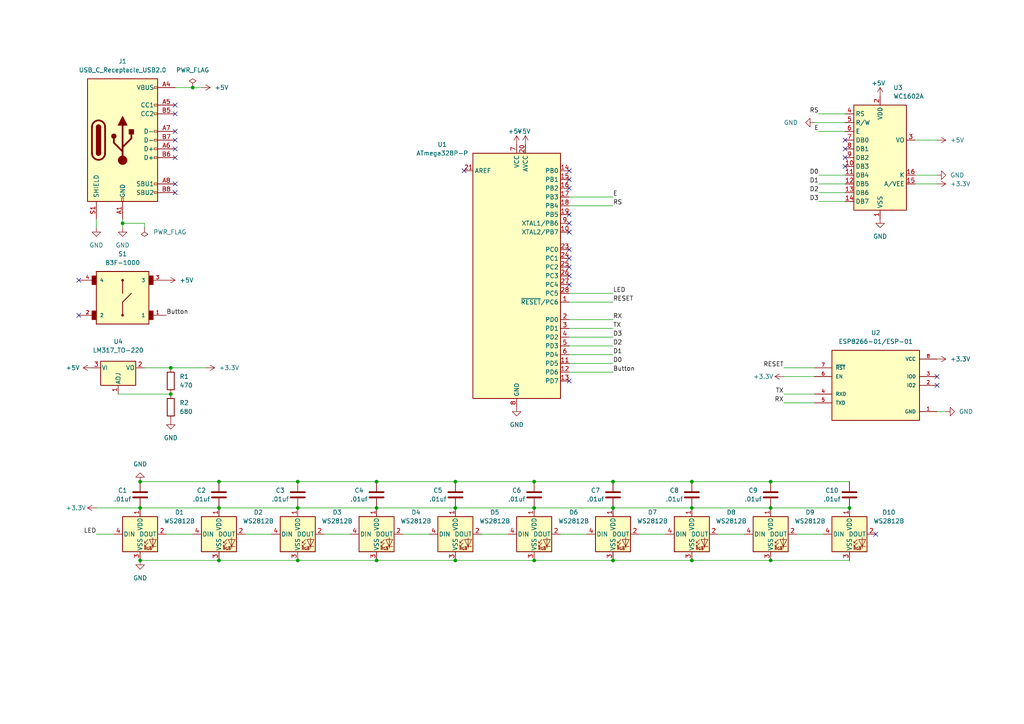
<source format=kicad_sch>
(kicad_sch (version 20211123) (generator eeschema)
  (paper "A4")
  (lib_symbols
    (symbol "B3F-1000:B3F-1000" (pin_names (offset 1.016))
      (property "Reference" "S" (at -7.62 7.62 0))
      (property "Value" "B3F-1000" (at -7.62 -8.9154 0))
      (symbol "B3F-1000_0_0"
        (rectangle (start -8.89 -6.35) (end -7.62 -3.81) (fill (type outline)))
        (rectangle (start -8.89 3.81) (end -7.62 6.35) (fill (type outline)))
        (rectangle (start -7.62 -7.62) (end 7.62 7.62) (stroke (width 0.254)) (fill (type background)))
        (circle (center 0 -5.08) (radius 0.254) (stroke (width 0.254)))
        (polyline (pts (xy -7.62 7.62) (xy 7.62 7.62)) (stroke (width 0.254)))
        (polyline (pts (xy 0 -5.08) (xy 0 -1.27)) (stroke (width 0.254)))
        (polyline (pts (xy 0 -1.27) (xy 2.54 1.27)) (stroke (width 0.254)))
        (polyline (pts (xy 0 5.08) (xy 0 1.27)) (stroke (width 0.254)))
        (polyline (pts (xy 7.62 -7.62) (xy -7.62 -7.62)) (stroke (width 0.254)))
        (circle (center 0 5.08) (radius 0.254) (stroke (width 0.254)))
        (rectangle (start 7.62 -6.35) (end 8.89 -3.81) (fill (type outline)))
        (rectangle (start 7.62 3.81) (end 8.89 6.35) (fill (type outline)))
        (pin passive line (at 12.7 -5.08 180) (length 5.08) (name "1") (number "1"))
        (pin passive line (at -12.7 -5.08 0) (length 5.08) (name "2") (number "2"))
        (pin passive line (at 12.7 5.08 180) (length 5.08) (name "3") (number "3"))
        (pin passive line (at -12.7 5.08 0) (length 5.08) (name "4") (number "4"))
      )
    )
    (symbol "Connector:USB_C_Receptacle_USB2.0" (pin_names (offset 1.016))
      (property "Reference" "J" (at -10.16 19.05 0))
      (property "Value" "USB_C_Receptacle_USB2.0" (at 19.05 19.05 0))
      (symbol "USB_C_Receptacle_USB2.0_0_0"
        (rectangle (start -0.254 -17.78) (end 0.254 -16.764))
        (rectangle (start 10.16 -14.986) (end 9.144 -15.494))
        (rectangle (start 10.16 -12.446) (end 9.144 -12.954))
        (rectangle (start 10.16 -4.826) (end 9.144 -5.334))
        (rectangle (start 10.16 -2.286) (end 9.144 -2.794))
        (rectangle (start 10.16 0.254) (end 9.144 -0.254))
        (rectangle (start 10.16 2.794) (end 9.144 2.286))
        (rectangle (start 10.16 7.874) (end 9.144 7.366))
        (rectangle (start 10.16 10.414) (end 9.144 9.906))
        (rectangle (start 10.16 15.494) (end 9.144 14.986))
      )
      (symbol "USB_C_Receptacle_USB2.0_0_1"
        (rectangle (start -10.16 17.78) (end 10.16 -17.78) (stroke (width 0.254)) (fill (type background)))
        (arc (start -8.89 -3.81) (mid -6.985 -5.715) (end -5.08 -3.81) (stroke (width 0.508)))
        (arc (start -7.62 -3.81) (mid -6.985 -4.445) (end -6.35 -3.81) (stroke (width 0.254)))
        (arc (start -7.62 -3.81) (mid -6.985 -4.445) (end -6.35 -3.81) (stroke (width 0.254)) (fill (type outline)))
        (rectangle (start -7.62 -3.81) (end -6.35 3.81) (stroke (width 0.254)) (fill (type outline)))
        (arc (start -6.35 3.81) (mid -6.985 4.445) (end -7.62 3.81) (stroke (width 0.254)))
        (arc (start -6.35 3.81) (mid -6.985 4.445) (end -7.62 3.81) (stroke (width 0.254)) (fill (type outline)))
        (arc (start -5.08 3.81) (mid -6.985 5.715) (end -8.89 3.81) (stroke (width 0.508)))
        (circle (center -2.54 1.143) (radius 0.635) (stroke (width 0.254)) (fill (type outline)))
        (circle (center 0 -5.842) (radius 1.27) (fill (type outline)))
        (polyline (pts (xy -8.89 -3.81) (xy -8.89 3.81)) (stroke (width 0.508)))
        (polyline (pts (xy -5.08 3.81) (xy -5.08 -3.81)) (stroke (width 0.508)))
        (polyline (pts (xy 0 -5.842) (xy 0 4.318)) (stroke (width 0.508)))
        (polyline (pts (xy 0 -3.302) (xy -2.54 -0.762) (xy -2.54 0.508)) (stroke (width 0.508)))
        (polyline (pts (xy 0 -2.032) (xy 2.54 0.508) (xy 2.54 1.778)) (stroke (width 0.508)))
        (polyline (pts (xy -1.27 4.318) (xy 0 6.858) (xy 1.27 4.318) (xy -1.27 4.318)) (stroke (width 0.254)) (fill (type outline)))
        (rectangle (start 1.905 1.778) (end 3.175 3.048) (stroke (width 0.254)) (fill (type outline)))
      )
      (symbol "USB_C_Receptacle_USB2.0_1_1"
        (pin passive line (at 0 -22.86 90) (length 5.08) (name "GND") (number "A1"))
        (pin passive line (at 0 -22.86 90) (length 5.08) hide (name "GND") (number "A12"))
        (pin passive line (at 15.24 15.24 180) (length 5.08) (name "VBUS") (number "A4"))
        (pin bidirectional line (at 15.24 10.16 180) (length 5.08) (name "CC1") (number "A5"))
        (pin bidirectional line (at 15.24 -2.54 180) (length 5.08) (name "D+") (number "A6"))
        (pin bidirectional line (at 15.24 2.54 180) (length 5.08) (name "D-") (number "A7"))
        (pin bidirectional line (at 15.24 -12.7 180) (length 5.08) (name "SBU1") (number "A8"))
        (pin passive line (at 15.24 15.24 180) (length 5.08) hide (name "VBUS") (number "A9"))
        (pin passive line (at 0 -22.86 90) (length 5.08) hide (name "GND") (number "B1"))
        (pin passive line (at 0 -22.86 90) (length 5.08) hide (name "GND") (number "B12"))
        (pin passive line (at 15.24 15.24 180) (length 5.08) hide (name "VBUS") (number "B4"))
        (pin bidirectional line (at 15.24 7.62 180) (length 5.08) (name "CC2") (number "B5"))
        (pin bidirectional line (at 15.24 -5.08 180) (length 5.08) (name "D+") (number "B6"))
        (pin bidirectional line (at 15.24 0 180) (length 5.08) (name "D-") (number "B7"))
        (pin bidirectional line (at 15.24 -15.24 180) (length 5.08) (name "SBU2") (number "B8"))
        (pin passive line (at 15.24 15.24 180) (length 5.08) hide (name "VBUS") (number "B9"))
        (pin passive line (at -7.62 -22.86 90) (length 5.08) (name "SHIELD") (number "S1"))
      )
    )
    (symbol "Device:C" (pin_numbers hide) (pin_names (offset 0.254))
      (property "Reference" "C" (at 0.635 2.54 0))
      (property "Value" "C" (at 0.635 -2.54 0))
      (symbol "C_0_1"
        (polyline (pts (xy -2.032 -0.762) (xy 2.032 -0.762)) (stroke (width 0.508)))
        (polyline (pts (xy -2.032 0.762) (xy 2.032 0.762)) (stroke (width 0.508)))
      )
      (symbol "C_1_1"
        (pin passive line (at 0 3.81 270) (length 2.794) (name "~") (number "1"))
        (pin passive line (at 0 -3.81 90) (length 2.794) (name "~") (number "2"))
      )
    )
    (symbol "Device:R" (pin_numbers hide) (pin_names (offset 0))
      (property "Reference" "R" (at 2.032 0 90))
      (property "Value" "R" (at 0 0 90))
      (symbol "R_0_1"
        (rectangle (start -1.016 -2.54) (end 1.016 2.54) (stroke (width 0.254)))
      )
      (symbol "R_1_1"
        (pin passive line (at 0 3.81 270) (length 1.27) (name "~") (number "1"))
        (pin passive line (at 0 -3.81 90) (length 1.27) (name "~") (number "2"))
      )
    )
    (symbol "Display_Character:RC1602A"
      (property "Reference" "U" (at -6.35 16.51 0))
      (property "Value" "RC1602A" (at 2.794 16.51 0))
      (symbol "RC1602A_0_1"
        (rectangle (start -7.62 15.24) (end 7.62 -15.24) (stroke (width 0.254)) (fill (type background)))
      )
      (symbol "RC1602A_1_1"
        (pin power_in line (at 0 -17.78 90) (length 2.54) (name "VSS") (number "1"))
        (pin bidirectional line (at -10.16 -2.54 0) (length 2.54) (name "DB3") (number "10"))
        (pin bidirectional line (at -10.16 -5.08 0) (length 2.54) (name "DB4") (number "11"))
        (pin bidirectional line (at -10.16 -7.62 0) (length 2.54) (name "DB5") (number "12"))
        (pin bidirectional line (at -10.16 -10.16 0) (length 2.54) (name "DB6") (number "13"))
        (pin bidirectional line (at -10.16 -12.7 0) (length 2.54) (name "DB7") (number "14"))
        (pin power_in line (at 10.16 -7.62 180) (length 2.54) (name "A/VEE") (number "15"))
        (pin power_in line (at 10.16 -5.08 180) (length 2.54) (name "K") (number "16"))
        (pin power_in line (at 0 17.78 270) (length 2.54) (name "VDD") (number "2"))
        (pin power_in line (at 10.16 5.08 180) (length 2.54) (name "VO") (number "3"))
        (pin input line (at -10.16 12.7 0) (length 2.54) (name "RS") (number "4"))
        (pin input line (at -10.16 10.16 0) (length 2.54) (name "R/W") (number "5"))
        (pin input line (at -10.16 7.62 0) (length 2.54) (name "E") (number "6"))
        (pin bidirectional line (at -10.16 5.08 0) (length 2.54) (name "DB0") (number "7"))
        (pin bidirectional line (at -10.16 2.54 0) (length 2.54) (name "DB1") (number "8"))
        (pin bidirectional line (at -10.16 0 0) (length 2.54) (name "DB2") (number "9"))
      )
    )
    (symbol "ESP8266-01_ESP-01:ESP8266-01{slash}ESP-01" (pin_names (offset 1.016))
      (property "Reference" "U" (at -12.7 10.668 0))
      (property "Value" "ESP8266-01{slash}ESP-01" (at -12.7254 -12.7254 0))
      (symbol "ESP8266-01{slash}ESP-01_0_0"
        (rectangle (start -12.7 -10.16) (end 12.7 10.16) (stroke (width 0.254)) (fill (type background)))
        (pin power_in line (at 17.78 -7.62 180) (length 5.08) (name "GND") (number "1"))
        (pin bidirectional line (at 17.78 0 180) (length 5.08) (name "IO2") (number "2"))
        (pin bidirectional line (at 17.78 2.54 180) (length 5.08) (name "IO0") (number "3"))
        (pin input line (at -17.78 -2.54 0) (length 5.08) (name "RXD") (number "4"))
        (pin output line (at -17.78 -5.08 0) (length 5.08) (name "TXD") (number "5"))
        (pin input line (at -17.78 2.54 0) (length 5.08) (name "EN") (number "6"))
        (pin input line (at -17.78 5.08 0) (length 5.08) (name "~{RST}") (number "7"))
        (pin power_in line (at 17.78 7.62 180) (length 5.08) (name "VCC") (number "8"))
      )
    )
    (symbol "LED:WS2812B" (pin_names (offset 0.254))
      (property "Reference" "D" (at 5.08 5.715 0))
      (property "Value" "WS2812B" (at 1.27 -5.715 0))
      (symbol "WS2812B_0_0"
        (text "RGB" (at 2.286 -4.191 0) (effects (font (size 0.762 0.762))))
      )
      (symbol "WS2812B_0_1"
        (polyline (pts (xy 1.27 -3.556) (xy 1.778 -3.556)))
        (polyline (pts (xy 1.27 -2.54) (xy 1.778 -2.54)))
        (polyline (pts (xy 4.699 -3.556) (xy 2.667 -3.556)))
        (polyline (pts (xy 2.286 -2.54) (xy 1.27 -3.556) (xy 1.27 -3.048)))
        (polyline (pts (xy 2.286 -1.524) (xy 1.27 -2.54) (xy 1.27 -2.032)))
        (polyline (pts (xy 3.683 -1.016) (xy 3.683 -3.556) (xy 3.683 -4.064)))
        (polyline (pts (xy 4.699 -1.524) (xy 2.667 -1.524) (xy 3.683 -3.556) (xy 4.699 -1.524)))
        (rectangle (start 5.08 5.08) (end -5.08 -5.08) (stroke (width 0.254)) (fill (type background)))
      )
      (symbol "WS2812B_1_1"
        (pin power_in line (at 0 7.62 270) (length 2.54) (name "VDD") (number "1"))
        (pin output line (at 7.62 0 180) (length 2.54) (name "DOUT") (number "2"))
        (pin power_in line (at 0 -7.62 90) (length 2.54) (name "VSS") (number "3"))
        (pin input line (at -7.62 0 0) (length 2.54) (name "DIN") (number "4"))
      )
    )
    (symbol "MCU_Microchip_ATmega:ATmega328P-P"
      (property "Reference" "U" (at -12.7 36.83 0))
      (property "Value" "ATmega328P-P" (at 2.54 -36.83 0))
      (symbol "ATmega328P-P_0_1"
        (rectangle (start -12.7 -35.56) (end 12.7 35.56) (stroke (width 0.254)) (fill (type background)))
      )
      (symbol "ATmega328P-P_1_1"
        (pin bidirectional line (at 15.24 -7.62 180) (length 2.54) (name "~{RESET}/PC6") (number "1"))
        (pin bidirectional line (at 15.24 12.7 180) (length 2.54) (name "XTAL2/PB7") (number "10"))
        (pin bidirectional line (at 15.24 -25.4 180) (length 2.54) (name "PD5") (number "11"))
        (pin bidirectional line (at 15.24 -27.94 180) (length 2.54) (name "PD6") (number "12"))
        (pin bidirectional line (at 15.24 -30.48 180) (length 2.54) (name "PD7") (number "13"))
        (pin bidirectional line (at 15.24 30.48 180) (length 2.54) (name "PB0") (number "14"))
        (pin bidirectional line (at 15.24 27.94 180) (length 2.54) (name "PB1") (number "15"))
        (pin bidirectional line (at 15.24 25.4 180) (length 2.54) (name "PB2") (number "16"))
        (pin bidirectional line (at 15.24 22.86 180) (length 2.54) (name "PB3") (number "17"))
        (pin bidirectional line (at 15.24 20.32 180) (length 2.54) (name "PB4") (number "18"))
        (pin bidirectional line (at 15.24 17.78 180) (length 2.54) (name "PB5") (number "19"))
        (pin bidirectional line (at 15.24 -12.7 180) (length 2.54) (name "PD0") (number "2"))
        (pin power_in line (at 2.54 38.1 270) (length 2.54) (name "AVCC") (number "20"))
        (pin passive line (at -15.24 30.48 0) (length 2.54) (name "AREF") (number "21"))
        (pin passive line (at 0 -38.1 90) (length 2.54) hide (name "GND") (number "22"))
        (pin bidirectional line (at 15.24 7.62 180) (length 2.54) (name "PC0") (number "23"))
        (pin bidirectional line (at 15.24 5.08 180) (length 2.54) (name "PC1") (number "24"))
        (pin bidirectional line (at 15.24 2.54 180) (length 2.54) (name "PC2") (number "25"))
        (pin bidirectional line (at 15.24 0 180) (length 2.54) (name "PC3") (number "26"))
        (pin bidirectional line (at 15.24 -2.54 180) (length 2.54) (name "PC4") (number "27"))
        (pin bidirectional line (at 15.24 -5.08 180) (length 2.54) (name "PC5") (number "28"))
        (pin bidirectional line (at 15.24 -15.24 180) (length 2.54) (name "PD1") (number "3"))
        (pin bidirectional line (at 15.24 -17.78 180) (length 2.54) (name "PD2") (number "4"))
        (pin bidirectional line (at 15.24 -20.32 180) (length 2.54) (name "PD3") (number "5"))
        (pin bidirectional line (at 15.24 -22.86 180) (length 2.54) (name "PD4") (number "6"))
        (pin power_in line (at 0 38.1 270) (length 2.54) (name "VCC") (number "7"))
        (pin power_in line (at 0 -38.1 90) (length 2.54) (name "GND") (number "8"))
        (pin bidirectional line (at 15.24 15.24 180) (length 2.54) (name "XTAL1/PB6") (number "9"))
      )
    )
    (symbol "Regulator_Linear:LM317_TO-220" (pin_names (offset 0.254))
      (property "Reference" "U" (at -3.81 3.175 0))
      (property "Value" "LM317_TO-220" (at 0 3.175 0))
      (symbol "LM317_TO-220_0_1"
        (rectangle (start -5.08 1.905) (end 5.08 -5.08) (stroke (width 0.254)) (fill (type background)))
      )
      (symbol "LM317_TO-220_1_1"
        (pin input line (at 0 -7.62 90) (length 2.54) (name "ADJ") (number "1"))
        (pin power_out line (at 7.62 0 180) (length 2.54) (name "VO") (number "2"))
        (pin power_in line (at -7.62 0 0) (length 2.54) (name "VI") (number "3"))
      )
    )
    (symbol "power:+3.3V" (power) (pin_names (offset 0))
      (property "Value" "+3.3V" (at 0 3.556 0))
      (symbol "+3.3V_0_1"
        (polyline (pts (xy -0.762 1.27) (xy 0 2.54)))
        (polyline (pts (xy 0 0) (xy 0 2.54)))
        (polyline (pts (xy 0 2.54) (xy 0.762 1.27)))
      )
      (symbol "+3.3V_1_1"
        (pin power_in line (at 0 0 90) (length 0) hide (name "+3.3V") (number "1"))
      )
    )
    (symbol "power:+5V" (power) (pin_names (offset 0))
      (property "Value" "+5V" (at 0 3.556 0))
      (symbol "+5V_0_1"
        (polyline (pts (xy -0.762 1.27) (xy 0 2.54)))
        (polyline (pts (xy 0 0) (xy 0 2.54)))
        (polyline (pts (xy 0 2.54) (xy 0.762 1.27)))
      )
      (symbol "+5V_1_1"
        (pin power_in line (at 0 0 90) (length 0) hide (name "+5V") (number "1"))
      )
    )
    (symbol "power:GND" (power) (pin_names (offset 0))
      (property "Value" "GND" (at 0 -3.81 0))
      (symbol "GND_0_1"
        (polyline (pts (xy 0 0) (xy 0 -1.27) (xy 1.27 -1.27) (xy 0 -2.54) (xy -1.27 -1.27) (xy 0 -1.27)))
      )
      (symbol "GND_1_1"
        (pin power_in line (at 0 0 270) (length 0) hide (name "GND") (number "1"))
      )
    )
    (symbol "power:PWR_FLAG" (power) (pin_numbers hide) (pin_names (offset 0) hide)
      (property "Value" "PWR_FLAG" (at 0 3.81 0))
      (symbol "PWR_FLAG_0_0"
        (pin power_out line (at 0 0 90) (length 0) (name "pwr") (number "1"))
      )
      (symbol "PWR_FLAG_0_1"
        (polyline (pts (xy 0 0) (xy 0 1.27) (xy -1.016 1.905) (xy 0 2.54) (xy 1.016 1.905) (xy 0 1.27)))
      )
    )
  )
  (junction (at 246.38 147.32))
  (junction (at 132.08 147.32))
  (junction (at 49.53 106.68))
  (junction (at 154.94 147.32))
  (junction (at 55.88 25.4))
  (junction (at 49.53 114.3))
  (junction (at 177.8 139.7))
  (junction (at 86.36 162.56))
  (junction (at 63.5 139.7))
  (junction (at 40.64 147.32))
  (junction (at 109.22 147.32))
  (junction (at 223.52 147.32))
  (junction (at 35.56 64.77))
  (junction (at 109.22 139.7))
  (junction (at 200.66 147.32))
  (junction (at 200.66 139.7))
  (junction (at 223.52 162.56))
  (junction (at 177.8 162.56))
  (junction (at 40.64 139.7))
  (junction (at 223.52 139.7))
  (junction (at 177.8 147.32))
  (junction (at 63.5 147.32))
  (junction (at 154.94 139.7))
  (junction (at 154.94 162.56))
  (junction (at 200.66 162.56))
  (junction (at 132.08 139.7))
  (junction (at 109.22 162.56))
  (junction (at 86.36 147.32))
  (junction (at 132.08 162.56))
  (junction (at 63.5 162.56))
  (junction (at 86.36 139.7))
  (junction (at 40.64 162.56))
  (no_connect (at 165.1 72.39))
  (no_connect (at 50.8 45.72))
  (no_connect (at 50.8 40.64))
  (no_connect (at 254 154.94))
  (no_connect (at 245.11 40.64))
  (no_connect (at 165.1 52.07))
  (no_connect (at 50.8 53.34))
  (no_connect (at 245.11 48.26))
  (no_connect (at 165.1 54.61))
  (no_connect (at 50.8 43.18))
  (no_connect (at 165.1 77.47))
  (no_connect (at 245.11 43.18))
  (no_connect (at 134.62 49.53))
  (no_connect (at 165.1 62.23))
  (no_connect (at 50.8 30.48))
  (no_connect (at 22.86 91.44))
  (no_connect (at 50.8 55.88))
  (no_connect (at 271.78 109.22))
  (no_connect (at 165.1 74.93))
  (no_connect (at 165.1 80.01))
  (no_connect (at 245.11 45.72))
  (no_connect (at 165.1 67.31))
  (no_connect (at 165.1 64.77))
  (no_connect (at 165.1 110.49))
  (no_connect (at 50.8 38.1))
  (no_connect (at 271.78 111.76))
  (no_connect (at 22.86 81.28))
  (no_connect (at 50.8 33.02))
  (no_connect (at 165.1 49.53))
  (no_connect (at 165.1 82.55))
  (wire (pts (xy 86.36 162.56) (xy 109.22 162.56)))
  (wire (pts (xy 27.94 147.32) (xy 40.64 147.32)))
  (wire (pts (xy 41.91 64.77) (xy 35.56 64.77)))
  (wire (pts (xy 86.36 147.32) (xy 109.22 147.32)))
  (wire (pts (xy 237.49 38.1) (xy 245.11 38.1)))
  (wire (pts (xy 40.64 147.32) (xy 63.5 147.32)))
  (wire (pts (xy 223.52 139.7) (xy 246.38 139.7)))
  (wire (pts (xy 177.8 105.41) (xy 165.1 105.41)))
  (wire (pts (xy 271.78 40.64) (xy 265.43 40.64)))
  (wire (pts (xy 200.66 147.32) (xy 223.52 147.32)))
  (wire (pts (xy 35.56 66.04) (xy 35.56 64.77)))
  (wire (pts (xy 185.42 154.94) (xy 193.04 154.94)))
  (wire (pts (xy 109.22 162.56) (xy 132.08 162.56)))
  (wire (pts (xy 177.8 97.79) (xy 165.1 97.79)))
  (wire (pts (xy 274.32 119.38) (xy 271.78 119.38)))
  (wire (pts (xy 86.36 139.7) (xy 109.22 139.7)))
  (wire (pts (xy 27.94 66.04) (xy 27.94 63.5)))
  (wire (pts (xy 177.8 57.15) (xy 165.1 57.15)))
  (wire (pts (xy 154.94 162.56) (xy 177.8 162.56)))
  (wire (pts (xy 227.33 116.84) (xy 236.22 116.84)))
  (wire (pts (xy 271.78 53.34) (xy 265.43 53.34)))
  (wire (pts (xy 227.33 114.3) (xy 236.22 114.3)))
  (wire (pts (xy 132.08 162.56) (xy 154.94 162.56)))
  (wire (pts (xy 177.8 102.87) (xy 165.1 102.87)))
  (wire (pts (xy 165.1 95.25) (xy 177.8 95.25)))
  (wire (pts (xy 63.5 139.7) (xy 86.36 139.7)))
  (wire (pts (xy 41.91 66.04) (xy 41.91 64.77)))
  (wire (pts (xy 71.12 154.94) (xy 78.74 154.94)))
  (wire (pts (xy 236.22 35.56) (xy 245.11 35.56)))
  (wire (pts (xy 223.52 147.32) (xy 246.38 147.32)))
  (wire (pts (xy 165.1 87.63) (xy 177.8 87.63)))
  (wire (pts (xy 237.49 58.42) (xy 245.11 58.42)))
  (wire (pts (xy 237.49 50.8) (xy 245.11 50.8)))
  (wire (pts (xy 35.56 64.77) (xy 35.56 63.5)))
  (wire (pts (xy 177.8 147.32) (xy 200.66 147.32)))
  (wire (pts (xy 139.7 154.94) (xy 147.32 154.94)))
  (wire (pts (xy 165.1 107.95) (xy 177.8 107.95)))
  (wire (pts (xy 177.8 162.56) (xy 200.66 162.56)))
  (wire (pts (xy 237.49 53.34) (xy 245.11 53.34)))
  (wire (pts (xy 40.64 139.7) (xy 63.5 139.7)))
  (wire (pts (xy 231.14 154.94) (xy 238.76 154.94)))
  (wire (pts (xy 200.66 162.56) (xy 223.52 162.56)))
  (wire (pts (xy 63.5 162.56) (xy 86.36 162.56)))
  (wire (pts (xy 162.56 154.94) (xy 170.18 154.94)))
  (wire (pts (xy 271.78 50.8) (xy 265.43 50.8)))
  (wire (pts (xy 27.94 154.94) (xy 33.02 154.94)))
  (wire (pts (xy 116.84 154.94) (xy 124.46 154.94)))
  (wire (pts (xy 200.66 139.7) (xy 223.52 139.7)))
  (wire (pts (xy 55.88 25.4) (xy 50.8 25.4)))
  (wire (pts (xy 237.49 55.88) (xy 245.11 55.88)))
  (wire (pts (xy 154.94 139.7) (xy 177.8 139.7)))
  (wire (pts (xy 227.33 106.68) (xy 236.22 106.68)))
  (wire (pts (xy 109.22 147.32) (xy 132.08 147.32)))
  (wire (pts (xy 237.49 33.02) (xy 245.11 33.02)))
  (wire (pts (xy 63.5 147.32) (xy 86.36 147.32)))
  (wire (pts (xy 208.28 154.94) (xy 215.9 154.94)))
  (wire (pts (xy 49.53 106.68) (xy 59.69 106.68)))
  (wire (pts (xy 132.08 139.7) (xy 154.94 139.7)))
  (wire (pts (xy 177.8 59.69) (xy 165.1 59.69)))
  (wire (pts (xy 154.94 147.32) (xy 177.8 147.32)))
  (wire (pts (xy 165.1 92.71) (xy 177.8 92.71)))
  (wire (pts (xy 177.8 100.33) (xy 165.1 100.33)))
  (wire (pts (xy 109.22 139.7) (xy 132.08 139.7)))
  (wire (pts (xy 48.26 154.94) (xy 55.88 154.94)))
  (wire (pts (xy 177.8 85.09) (xy 165.1 85.09)))
  (wire (pts (xy 93.98 154.94) (xy 101.6 154.94)))
  (wire (pts (xy 177.8 139.7) (xy 200.66 139.7)))
  (wire (pts (xy 34.29 114.3) (xy 49.53 114.3)))
  (wire (pts (xy 41.91 106.68) (xy 49.53 106.68)))
  (wire (pts (xy 58.42 25.4) (xy 55.88 25.4)))
  (wire (pts (xy 227.33 109.22) (xy 236.22 109.22)))
  (wire (pts (xy 40.64 162.56) (xy 63.5 162.56)))
  (wire (pts (xy 132.08 147.32) (xy 154.94 147.32)))
  (wire (pts (xy 223.52 162.56) (xy 246.38 162.56)))
  (label "D1" (at 177.8 102.87 0))
  (label "D0" (at 177.8 105.41 0))
  (label "D3" (at 177.8 97.79 0))
  (label "RESET" (at 227.33 106.68 180))
  (label "Button" (at 48.26 91.44 0))
  (label "LED" (at 27.94 154.94 180))
  (label "E" (at 177.8 57.15 0))
  (label "D0" (at 237.49 50.8 180))
  (label "RS" (at 237.49 33.02 180))
  (label "D2" (at 177.8 100.33 0))
  (label "RS" (at 177.8 59.69 0))
  (label "E" (at 237.49 38.1 180))
  (label "TX" (at 227.33 114.3 180))
  (label "D1" (at 237.49 53.34 180))
  (label "Button" (at 177.8 107.95 0))
  (label "RESET" (at 177.8 87.63 0))
  (label "TX" (at 177.8 95.25 0))
  (label "D3" (at 237.49 58.42 180))
  (label "LED" (at 177.8 85.09 0))
  (label "RX" (at 227.33 116.84 180))
  (label "RX" (at 177.8 92.71 0))
  (label "D2" (at 237.49 55.88 180))
  (symbol (lib_id "power:GND") (at 236.22 35.56 270) (unit 1)
    (property "Reference" "#PWR012" (effects hide))
    (property "Value" "GND" (at 227.33 35.56 90) (effects (justify left)))
  )
  (symbol (lib_id "power:+3.3V") (at 271.78 104.14 270) (unit 1)
    (property "Reference" "#PWR017" (effects hide))
    (property "Value" "+3.3V" (at 275.59 104.1399 90) (effects (justify left)))
  )
  (symbol (lib_id "B3F-1000:B3F-1000") (at 35.56 86.36 0) (unit 1)
    (property "Reference" "S1" (at 35.56 73.66 0))
    (property "Value" "B3F-1000" (at 35.56 76.2 0))
    (property "Footprint" "SW_B3F-1000" (effects hide))
    (property "MANUFACTURER" "Omron" (effects hide))
  )
  (symbol (lib_id "LED:WS2812B") (at 86.36 154.94 0) (unit 1)
    (property "Reference" "D3" (at 97.79 148.59 0))
    (property "Value" "WS2812B" (at 97.79 151.13 0))
    (property "Footprint" "LED_SMD:LED_WS2812B_PLCC4_5.0x5.0mm_P3.2mm" (effects hide))
    (property "Datasheet" "https://cdn-shop.adafruit.com/datasheets/WS2812B.pdf" (effects hide))
  )
  (symbol (lib_id "power:GND") (at 49.53 121.92 0) (unit 1)
    (property "Reference" "#PWR06" (effects hide))
    (property "Value" "GND" (at 49.53 127 0))
  )
  (symbol (lib_id "power:+5V") (at 149.86 41.91 0) (unit 1)
    (property "Reference" "#PWR09" (effects hide))
    (property "Value" "+5V" (at 147.32 38.1 0) (effects (justify left)))
  )
  (symbol (lib_id "power:+5V") (at 152.4 41.91 0) (unit 1)
    (property "Reference" "#PWR0101" (effects hide))
    (property "Value" "+5V" (at 149.86 38.1 0) (effects (justify left)))
  )
  (symbol (lib_id "Device:C") (at 154.94 143.51 0) (unit 1)
    (property "Reference" "C6" (at 149.86 142.24 0))
    (property "Value" ".01uf" (at 149.86 144.78 0))
    (property "Footprint" "CAPC2012X140N:CAPC2012X140N" (effects hide))
  )
  (symbol (lib_id "LED:WS2812B") (at 40.64 154.94 0) (unit 1)
    (property "Reference" "D1" (at 52.07 148.59 0))
    (property "Value" "WS2812B" (at 52.07 151.13 0))
    (property "Footprint" "LED_SMD:LED_WS2812B_PLCC4_5.0x5.0mm_P3.2mm" (effects hide))
    (property "Datasheet" "https://cdn-shop.adafruit.com/datasheets/WS2812B.pdf" (effects hide))
  )
  (symbol (lib_id "power:+3.3V") (at 271.78 53.34 270) (unit 1)
    (property "Reference" "#PWR0103" (effects hide))
    (property "Value" "+3.3V" (at 275.59 53.3399 90) (effects (justify left)))
  )
  (symbol (lib_id "power:GND") (at 255.27 63.5 0) (unit 1)
    (property "Reference" "#PWR014" (effects hide))
    (property "Value" "GND" (at 255.27 68.58 0))
  )
  (symbol (lib_id "power:+5V") (at 48.26 81.28 270) (unit 1)
    (property "Reference" "#PWR0102" (effects hide))
    (property "Value" "+5V" (at 52.07 81.2799 90) (effects (justify left)))
  )
  (symbol (lib_id "Device:C") (at 200.66 143.51 0) (unit 1)
    (property "Reference" "C8" (at 195.58 142.24 0))
    (property "Value" ".01uf" (at 195.58 144.78 0))
    (property "Footprint" "CAPC2012X140N:CAPC2012X140N" (effects hide))
  )
  (symbol (lib_id "LED:WS2812B") (at 63.5 154.94 0) (unit 1)
    (property "Reference" "D2" (at 74.93 148.59 0))
    (property "Value" "WS2812B" (at 74.93 151.13 0))
    (property "Footprint" "LED_SMD:LED_WS2812B_PLCC4_5.0x5.0mm_P3.2mm" (effects hide))
    (property "Datasheet" "https://cdn-shop.adafruit.com/datasheets/WS2812B.pdf" (effects hide))
  )
  (symbol (lib_id "power:GND") (at 274.32 119.38 90) (unit 1)
    (property "Reference" "#PWR018" (effects hide))
    (property "Value" "GND" (at 278.13 119.3799 90) (effects (justify right)))
  )
  (symbol (lib_id "Device:R") (at 49.53 118.11 0) (unit 1)
    (property "Reference" "R2" (at 52.07 116.8399 0) (effects (justify left)))
    (property "Value" "680" (at 52.07 119.3799 0) (effects (justify left)))
    (property "Footprint" "Resistor_THT:R_Axial_DIN0207_L6.3mm_D2.5mm_P10.16mm_Horizontal" (effects hide))
  )
  (symbol (lib_id "LED:WS2812B") (at 132.08 154.94 0) (unit 1)
    (property "Reference" "D5" (at 143.51 148.59 0))
    (property "Value" "WS2812B" (at 143.51 151.13 0))
    (property "Footprint" "LED_SMD:LED_WS2812B_PLCC4_5.0x5.0mm_P3.2mm" (effects hide))
    (property "Datasheet" "https://cdn-shop.adafruit.com/datasheets/WS2812B.pdf" (effects hide))
  )
  (symbol (lib_id "Connector:USB_C_Receptacle_USB2.0") (at 35.56 40.64 0) (unit 1)
    (property "Reference" "J1" (at 35.56 17.78 0))
    (property "Value" "USB_C_Receptacle_USB2.0" (at 35.56 20.32 0))
    (property "Footprint" "Connector_USB:USB_C_Receptacle_GCT_USB4085" (effects hide))
    (property "Datasheet" "https://www.usb.org/sites/default/files/documents/usb_type-c.zip" (effects hide))
  )
  (symbol (lib_id "power:PWR_FLAG") (at 55.88 25.4 0) (unit 1)
    (property "Reference" "#FLG0101" (effects hide))
    (property "Value" "PWR_FLAG" (at 55.88 20.32 0))
  )
  (symbol (lib_id "power:+5V") (at 26.67 106.68 90) (unit 1)
    (property "Reference" "#PWR01" (effects hide))
    (property "Value" "+5V" (at 19.05 106.68 90) (effects (justify right)))
  )
  (symbol (lib_id "power:GND") (at 149.86 118.11 0) (unit 1)
    (property "Reference" "#PWR010" (effects hide))
    (property "Value" "GND" (at 149.86 123.19 0))
  )
  (symbol (lib_id "power:+3.3V") (at 227.33 109.22 90) (unit 1)
    (property "Reference" "#PWR011" (effects hide))
    (property "Value" "+3.3V" (at 218.44 109.22 90) (effects (justify right)))
  )
  (symbol (lib_id "LED:WS2812B") (at 223.52 154.94 0) (unit 1)
    (property "Reference" "D9" (at 234.95 148.59 0))
    (property "Value" "WS2812B" (at 234.95 151.13 0))
    (property "Footprint" "LED_SMD:LED_WS2812B_PLCC4_5.0x5.0mm_P3.2mm" (effects hide))
    (property "Datasheet" "https://cdn-shop.adafruit.com/datasheets/WS2812B.pdf" (effects hide))
  )
  (symbol (lib_id "Device:C") (at 86.36 143.51 0) (unit 1)
    (property "Reference" "C3" (at 81.28 142.24 0))
    (property "Value" ".01uf" (at 81.28 144.78 0))
    (property "Footprint" "CAPC2012X140N:CAPC2012X140N" (effects hide))
  )
  (symbol (lib_id "power:GND") (at 40.64 139.7 180) (unit 1)
    (property "Reference" "#PWR019" (effects hide))
    (property "Value" "GND" (at 40.64 134.62 0))
  )
  (symbol (lib_id "power:+3.3V") (at 59.69 106.68 270) (unit 1)
    (property "Reference" "#PWR08" (effects hide))
    (property "Value" "+3.3V" (at 63.5 106.6799 90) (effects (justify left)))
  )
  (symbol (lib_id "Device:C") (at 63.5 143.51 0) (unit 1)
    (property "Reference" "C2" (at 58.42 142.24 0))
    (property "Value" ".01uf" (at 58.42 144.78 0))
    (property "Footprint" "CAPC2012X140N:CAPC2012X140N" (effects hide))
  )
  (symbol (lib_id "Device:C") (at 246.38 143.51 0) (unit 1)
    (property "Reference" "C10" (at 241.3 142.24 0))
    (property "Value" ".01uf" (at 241.3 144.78 0))
    (property "Footprint" "CAPC2012X140N:CAPC2012X140N" (effects hide))
  )
  (symbol (lib_id "power:PWR_FLAG") (at 41.91 66.04 180) (unit 1)
    (property "Reference" "#FLG0102" (effects hide))
    (property "Value" "PWR_FLAG" (at 44.45 67.3099 0) (effects (justify right)))
  )
  (symbol (lib_id "LED:WS2812B") (at 200.66 154.94 0) (unit 1)
    (property "Reference" "D8" (at 212.09 148.59 0))
    (property "Value" "WS2812B" (at 212.09 151.13 0))
    (property "Footprint" "LED_SMD:LED_WS2812B_PLCC4_5.0x5.0mm_P3.2mm" (effects hide))
    (property "Datasheet" "https://cdn-shop.adafruit.com/datasheets/WS2812B.pdf" (effects hide))
  )
  (symbol (lib_id "MCU_Microchip_ATmega:ATmega328P-P") (at 149.86 80.01 0) (unit 1)
    (property "Reference" "U1" (at 128.27 41.91 0))
    (property "Value" "ATmega328P-P" (at 128.27 44.45 0))
    (property "Footprint" "Package_DIP:DIP-28_W7.62mm" (effects hide))
    (property "Datasheet" "http://ww1.microchip.com/downloads/en/DeviceDoc/ATmega328_P%20AVR%20MCU%20with%20picoPower%20Technology%20Data%20Sheet%2040001984A.pdf" (effects hide))
  )
  (symbol (lib_id "LED:WS2812B") (at 154.94 154.94 0) (unit 1)
    (property "Reference" "D6" (at 166.37 148.59 0))
    (property "Value" "WS2812B" (at 166.37 151.13 0))
    (property "Footprint" "LED_SMD:LED_WS2812B_PLCC4_5.0x5.0mm_P3.2mm" (effects hide))
    (property "Datasheet" "https://cdn-shop.adafruit.com/datasheets/WS2812B.pdf" (effects hide))
  )
  (symbol (lib_id "LED:WS2812B") (at 246.38 154.94 0) (unit 1)
    (property "Reference" "D10" (at 257.81 148.59 0))
    (property "Value" "WS2812B" (at 257.81 151.13 0))
    (property "Footprint" "LED_SMD:LED_WS2812B_PLCC4_5.0x5.0mm_P3.2mm" (effects hide))
    (property "Datasheet" "https://cdn-shop.adafruit.com/datasheets/WS2812B.pdf" (effects hide))
  )
  (symbol (lib_id "power:GND") (at 35.56 66.04 0) (unit 1)
    (property "Reference" "#PWR05" (effects hide))
    (property "Value" "GND" (at 35.56 71.12 0))
  )
  (symbol (lib_id "LED:WS2812B") (at 177.8 154.94 0) (unit 1)
    (property "Reference" "D7" (at 189.23 148.59 0))
    (property "Value" "WS2812B" (at 189.23 151.13 0))
    (property "Footprint" "LED_SMD:LED_WS2812B_PLCC4_5.0x5.0mm_P3.2mm" (effects hide))
    (property "Datasheet" "https://cdn-shop.adafruit.com/datasheets/WS2812B.pdf" (effects hide))
  )
  (symbol (lib_id "power:+5V") (at 58.42 25.4 270) (unit 1)
    (property "Reference" "#PWR07" (effects hide))
    (property "Value" "+5V" (at 62.23 25.3999 90) (effects (justify left)))
  )
  (symbol (lib_id "Device:C") (at 109.22 143.51 0) (unit 1)
    (property "Reference" "C4" (at 104.14 142.24 0))
    (property "Value" ".01uf" (at 104.14 144.78 0))
    (property "Footprint" "CAPC2012X140N:CAPC2012X140N" (effects hide))
  )
  (symbol (lib_id "power:+3.3V") (at 27.94 147.32 90) (unit 1)
    (property "Reference" "#PWR03" (effects hide))
    (property "Value" "+3.3V" (at 19.05 147.32 90) (effects (justify right)))
  )
  (symbol (lib_id "Display_Character:RC1602A") (at 255.27 45.72 0) (unit 1)
    (property "Reference" "U3" (at 259.08 25.4 0) (effects (justify left)))
    (property "Value" "WC1602A" (at 259.08 27.94 0) (effects (justify left)))
    (property "Footprint" "Display:WC1602A" (effects hide))
    (property "Datasheet" "http://www.raystar-optronics.com/down.php?ProID=18" (effects hide))
  )
  (symbol (lib_id "Device:C") (at 40.64 143.51 0) (unit 1)
    (property "Reference" "C1" (at 35.56 142.24 0))
    (property "Value" ".01uf" (at 35.56 144.78 0))
    (property "Footprint" "CAPC2012X140N:CAPC2012X140N" (effects hide))
  )
  (symbol (lib_id "Device:C") (at 177.8 143.51 0) (unit 1)
    (property "Reference" "C7" (at 172.72 142.24 0))
    (property "Value" ".01uf" (at 172.72 144.78 0))
    (property "Footprint" "CAPC2012X140N:CAPC2012X140N" (effects hide))
  )
  (symbol (lib_id "LED:WS2812B") (at 109.22 154.94 0) (unit 1)
    (property "Reference" "D4" (at 120.65 148.59 0))
    (property "Value" "WS2812B" (at 120.65 151.13 0))
    (property "Footprint" "LED_SMD:LED_WS2812B_PLCC4_5.0x5.0mm_P3.2mm" (effects hide))
    (property "Datasheet" "https://cdn-shop.adafruit.com/datasheets/WS2812B.pdf" (effects hide))
  )
  (symbol (lib_id "power:GND") (at 27.94 66.04 0) (unit 1)
    (property "Reference" "#PWR02" (effects hide))
    (property "Value" "GND" (at 27.94 71.12 0))
  )
  (symbol (lib_id "power:+5V") (at 255.27 27.94 0) (unit 1)
    (property "Reference" "#PWR013" (effects hide))
    (property "Value" "+5V" (at 252.73 24.13 0) (effects (justify left)))
  )
  (symbol (lib_id "ESP8266-01_ESP-01:ESP8266-01{slash}ESP-01") (at 254 111.76 0) (unit 1)
    (property "Reference" "U2" (at 254 96.52 0))
    (property "Value" "ESP8266-01/ESP-01" (at 254 99.06 0))
    (property "Footprint" "XCVR_ESP8266-01/ESP-01" (effects hide))
    (property "STANDARD" "Manufacturer recommendations or IPC 7351B" (effects hide))
    (property "MAXIMUM_PACKAGE_HEIGHT" "11.2 mm" (effects hide))
    (property "MANUFACTURER" "AI-Thinker" (effects hide))
    (property "PARTREV" "V1.2" (effects hide))
  )
  (symbol (lib_id "Device:C") (at 223.52 143.51 0) (unit 1)
    (property "Reference" "C9" (at 218.44 142.24 0))
    (property "Value" ".01uf" (at 218.44 144.78 0))
    (property "Footprint" "CAPC2012X140N:CAPC2012X140N" (effects hide))
  )
  (symbol (lib_id "Device:C") (at 132.08 143.51 0) (unit 1)
    (property "Reference" "C5" (at 127 142.24 0))
    (property "Value" ".01uf" (at 127 144.78 0))
    (property "Footprint" "CAPC2012X140N:CAPC2012X140N" (effects hide))
  )
  (symbol (lib_id "Regulator_Linear:LM317_TO-220") (at 34.29 106.68 0) (unit 1)
    (property "Reference" "U4" (at 34.29 99.06 0))
    (property "Value" "LM317_TO-220" (at 34.29 101.6 0))
    (property "Footprint" "Package_TO_SOT_THT:TO-220-3_Vertical" (effects hide))
    (property "Datasheet" "http://www.ti.com/lit/ds/symlink/lm317.pdf" (effects hide))
  )
  (symbol (lib_id "power:+5V") (at 271.78 40.64 270) (unit 1)
    (property "Reference" "#PWR015" (effects hide))
    (property "Value" "+5V" (at 275.59 40.64 90) (effects (justify left)))
  )
  (symbol (lib_id "Device:R") (at 49.53 110.49 0) (unit 1)
    (property "Reference" "R1" (at 52.07 109.2199 0) (effects (justify left)))
    (property "Value" "470" (at 52.07 111.7599 0) (effects (justify left)))
    (property "Footprint" "Resistor_THT:R_Axial_DIN0207_L6.3mm_D2.5mm_P10.16mm_Horizontal" (effects hide))
  )
  (symbol (lib_id "power:GND") (at 40.64 162.56 0) (unit 1)
    (property "Reference" "#PWR04" (effects hide))
    (property "Value" "GND" (at 40.64 167.64 0))
  )
  (symbol (lib_id "power:GND") (at 271.78 50.8 90) (unit 1)
    (property "Reference" "#PWR016" (effects hide))
    (property "Value" "GND" (at 275.59 50.7999 90) (effects (justify right)))
  )
)
</source>
